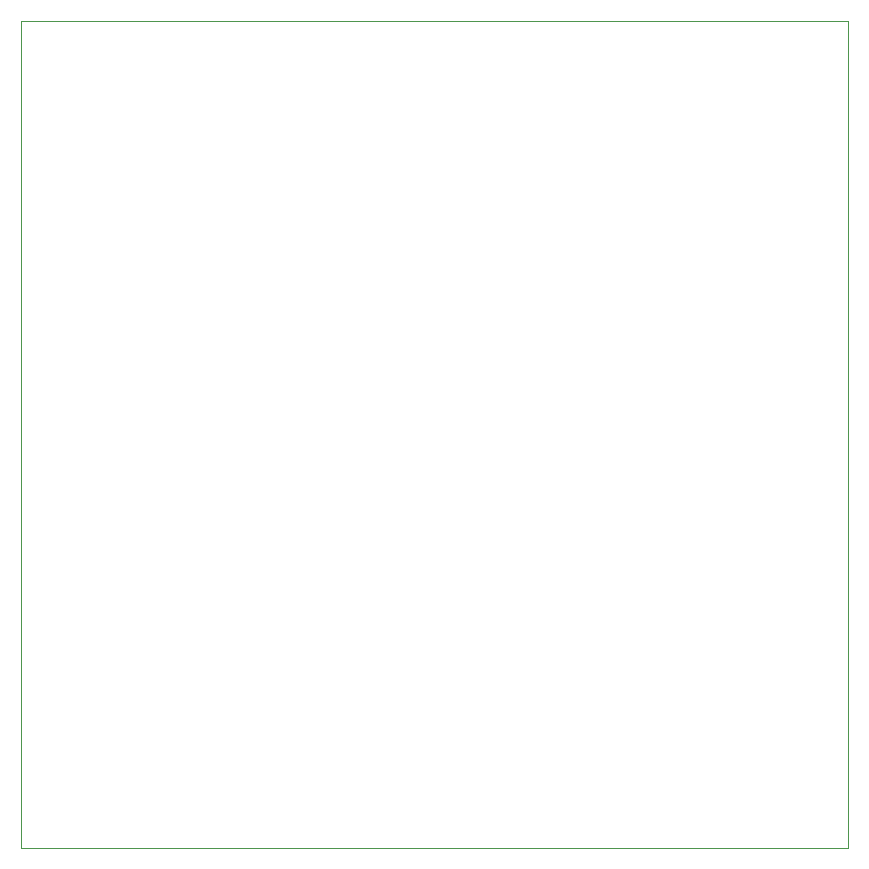
<source format=gm1>
G04 #@! TF.GenerationSoftware,KiCad,Pcbnew,(5.1.5-0)*
G04 #@! TF.CreationDate,2022-02-24T14:37:53-07:00*
G04 #@! TF.ProjectId,adc_preamp,6164635f-7072-4656-916d-702e6b696361,rev?*
G04 #@! TF.SameCoordinates,Original*
G04 #@! TF.FileFunction,Profile,NP*
%FSLAX46Y46*%
G04 Gerber Fmt 4.6, Leading zero omitted, Abs format (unit mm)*
G04 Created by KiCad (PCBNEW (5.1.5-0)) date 2022-02-24 14:37:53*
%MOMM*%
%LPD*%
G04 APERTURE LIST*
%ADD10C,0.050000*%
G04 APERTURE END LIST*
D10*
X110000000Y-120000000D02*
X110000000Y-50000000D01*
X180000000Y-120000000D02*
X110000000Y-120000000D01*
X180000000Y-50000000D02*
X180000000Y-120000000D01*
X110000000Y-50000000D02*
X180000000Y-50000000D01*
M02*

</source>
